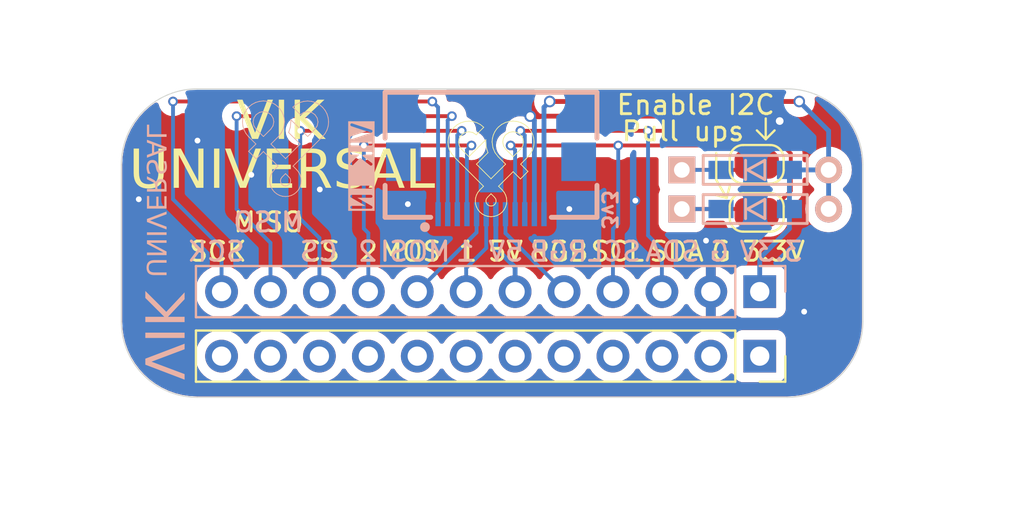
<source format=kicad_pcb>
(kicad_pcb (version 20221018) (generator pcbnew)
  (layers (0 "F.Cu" signal) (31 "B.Cu" signal) (34 "B.Paste" user) (35 "F.Paste" user) (36 "B.SilkS" user "B.Silkscreen") (37 "F.SilkS" user "F.Silkscreen") (38 "B.Mask" user) (39 "F.Mask" user) (44 "Edge.Cuts" user))
  (net 0 "")
  (net 1 "GND")
  (net 2 "VDD_5V")
  (net 3 "VDD_3.3V")
  (net 4 "CS")
  (net 5 "GPIO_AD2")
  (net 6 "RGB_LED_IN")
  (net 7 "SCLK")
  (net 8 "MOSI")
  (net 9 "MISO")
  (net 10 "SCL")
  (net 11 "SDA")
  (net 12 "GPIO_AD1")
  (net 25 "Net-(JP1001-B)")
  (net 26 "Net-(JP1002-B)")
  (footprint "Connector_PinSocket_2.54mm:PinSocket_1x12_P2.54mm_Vertical" (layer "F.Cu") (at 105.227194 100.101 -90)
    (fp_text reference "J1002" hide)
    (fp_text value "Conn_01x01_Socket")
    (fp_line (start -1.33 1.27) (end -1.33 29.27) (stroke (width 0.12)) (layer "F.SilkS"))
    (fp_line (start -1.33 1.27) (end 1.33 1.27) (stroke (width 0.12)) (layer "F.SilkS"))
    (fp_line (start -1.33 29.27) (end 1.33 29.27) (stroke (width 0.12)) (layer "F.SilkS"))
    (fp_line (start 0 -1.33) (end 1.33 -1.33) (stroke (width 0.12)) (layer "F.SilkS"))
    (fp_line (start 1.33 -1.33) (end 1.33 0) (stroke (width 0.12)) (layer "F.SilkS"))
    (fp_line (start 1.33 1.27) (end 1.33 29.27) (stroke (width 0.12)) (layer "F.SilkS"))
    (pad "1" thru_hole rect (at 0 0 270) (size 1.7 1.7) (drill 1) (layers "*.Cu" "*.Mask"))
    (pad "2" thru_hole oval (at 0 2.54 270) (size 1.7 1.7) (drill 1) (layers "*.Cu" "*.Mask"))
    (pad "3" thru_hole oval (at 0 5.08 270) (size 1.7 1.7) (drill 1) (layers "*.Cu" "*.Mask"))
    (pad "4" thru_hole oval (at 0 7.62 270) (size 1.7 1.7) (drill 1) (layers "*.Cu" "*.Mask"))
    (pad "5" thru_hole oval (at 0 10.16 270) (size 1.7 1.7) (drill 1) (layers "*.Cu" "*.Mask"))
    (pad "6" thru_hole oval (at 0 12.7 270) (size 1.7 1.7) (drill 1) (layers "*.Cu" "*.Mask"))
    (pad "7" thru_hole oval (at 0 15.24 270) (size 1.7 1.7) (drill 1) (layers "*.Cu" "*.Mask"))
    (pad "8" thru_hole oval (at 0 17.78 270) (size 1.7 1.7) (drill 1) (layers "*.Cu" "*.Mask"))
    (pad "9" thru_hole oval (at 0 20.32 270) (size 1.7 1.7) (drill 1) (layers "*.Cu" "*.Mask"))
    (pad "10" thru_hole oval (at 0 22.86 270) (size 1.7 1.7) (drill 1) (layers "*.Cu" "*.Mask"))
    (pad "11" thru_hole oval (at 0 25.4 270) (size 1.7 1.7) (drill 1) (layers "*.Cu" "*.Mask"))
    (pad "12" thru_hole oval (at 0 27.94 270) (size 1.7 1.7) (drill 1) (layers "*.Cu" "*.Mask"))
  )
  (footprint "local:fingerpunch-logo-small" (layer "F.Cu") (at 91.277194 90.17)
    (fp_text reference "REF**" hide)
    (fp_text value "fingerpunch-logo-small" hide)
    (fp_line (start -2.235199 -1.193481) (end -2.21435 -0.979777) (stroke (width 0.04)) (layer "F.SilkS"))
    (fp_line (start -2.21435 -1.407105) (end -2.235199 -1.193481) (stroke (width 0.04)) (layer "F.SilkS"))
    (fp_line (start -2.21435 -0.979777) (end -2.153072 -0.777133) (stroke (width 0.04)) (layer "F.SilkS"))
    (fp_line (start -2.153073 -1.609617) (end -2.21435 -1.407105) (stroke (width 0.04)) (layer "F.SilkS"))
    (fp_line (start -2.153072 -0.777133) (end -2.053272 -0.59047) (stroke (width 0.04)) (layer "F.SilkS"))
    (fp_line (start -2.053272 -1.796253) (end -2.153073 -1.609617) (stroke (width 0.04)) (layer "F.SilkS"))
    (fp_line (start -2.053272 -0.59047) (end -1.916853 -0.424709) (stroke (width 0.04)) (layer "F.SilkS"))
    (fp_line (start -1.916853 -1.962253) (end -2.053272 -1.796253) (stroke (width 0.04)) (layer "F.SilkS"))
    (fp_line (start -1.916853 -0.424709) (end -0.390027 1.102123) (stroke (width 0.04)) (layer "F.SilkS"))
    (fp_line (start -1.746444 -2.101345) (end -1.916853 -1.962253) (stroke (width 0.04)) (layer "F.SilkS"))
    (fp_line (start -1.683736 -1.193481) (end -1.643167 -1.398727) (stroke (width 0.04)) (layer "F.SilkS"))
    (fp_line (start -1.643167 -1.398727) (end -1.526821 -1.572223) (stroke (width 0.04)) (layer "F.SilkS"))
    (fp_line (start -1.643167 -0.988447) (end -1.683736 -1.193481) (stroke (width 0.04)) (layer "F.SilkS"))
    (fp_line (start -1.557302 -2.200696) (end -1.746444 -2.101345) (stroke (width 0.04)) (layer "F.SilkS"))
    (fp_line (start -1.526821 -1.572223) (end -1.349639 -1.689698) (stroke (width 0.04)) (layer "F.SilkS"))
    (fp_line (start -1.526821 -0.814739) (end -1.643167 -0.988447) (stroke (width 0.04)) (layer "F.SilkS"))
    (fp_line (start -1.355672 -2.260306) (end -1.557302 -2.200696) (stroke (width 0.04)) (layer "F.SilkS"))
    (fp_line (start -1.349639 -1.689698) (end -1.147797 -1.728856) (stroke (width 0.04)) (layer "F.SilkS"))
    (fp_line (start -1.148079 -0.435997) (end -1.526821 -0.814739) (stroke (width 0.04)) (layer "F.SilkS"))
    (fp_line (start -1.147798 -2.280176) (end -1.355672 -2.260306) (stroke (width 0.04)) (layer "F.SilkS"))
    (fp_line (start -1.147797 -1.728856) (end -0.945955 -1.689698) (stroke (width 0.04)) (layer "F.SilkS"))
    (fp_line (start -0.945955 -1.689698) (end -0.768773 -1.572223) (stroke (width 0.04)) (layer "F.SilkS"))
    (fp_line (start -0.939924 -2.260306) (end -1.147798 -2.280176) (stroke (width 0.04)) (layer "F.SilkS"))
    (fp_line (start -0.816182 1.867226) (end -0.801259 2.023394) (stroke (width 0.04)) (layer "F.SilkS"))
    (fp_line (start -0.801259 1.711059) (end -0.816182 1.867226) (stroke (width 0.04)) (layer "F.SilkS"))
    (fp_line (start -0.801259 2.023394) (end -0.756492 2.174866) (stroke (width 0.04)) (layer "F.SilkS"))
    (fp_line (start -0.768773 -1.572223) (end -0.378743 -1.962253) (stroke (width 0.04)) (layer "F.SilkS"))
    (fp_line (start -0.757487 -0.045957) (end -0.160869 -0.642575) (stroke (width 0.04)) (layer "F.SilkS"))
    (fp_line (start -0.756492 1.559587) (end -0.801259 1.711059) (stroke (width 0.04)) (layer "F.SilkS"))
    (fp_line (start -0.756492 2.174866) (end -0.68188 2.316945) (stroke (width 0.04)) (layer "F.SilkS"))
    (fp_line (start -0.738294 -2.200696) (end -0.939924 -2.260306) (stroke (width 0.04)) (layer "F.SilkS"))
    (fp_line (start -0.68188 1.417508) (end -0.756492 1.559587) (stroke (width 0.04)) (layer "F.SilkS"))
    (fp_line (start -0.68188 2.316945) (end -0.577422 2.444934) (stroke (width 0.04)) (layer "F.SilkS"))
    (fp_line (start -0.577422 1.289518) (end -0.68188 1.417508) (stroke (width 0.04)) (layer "F.SilkS"))
    (fp_line (start -0.577422 2.444934) (end -0.449408 2.549392) (stroke (width 0.04)) (layer "F.SilkS"))
    (fp_line (start -0.549152 -2.101345) (end -0.738294 -2.200696) (stroke (width 0.04)) (layer "F.SilkS"))
    (fp_line (start -0.449408 2.549392) (end -0.307265 2.624004) (stroke (width 0.04)) (layer "F.SilkS"))
    (fp_line (start -0.390027 1.102123) (end -0.577422 1.289518) (stroke (width 0.04)) (layer "F.SilkS"))
    (fp_line (start -0.378743 -1.962253) (end -0.549152 -2.101345) (stroke (width 0.04)) (layer "F.SilkS"))
    (fp_line (start -0.307265 2.624004) (end -0.155704 2.668772) (stroke (width 0.04)) (layer "F.SilkS"))
    (fp_line (start -0.273758 -1.202503) (end -0.268113 -1.315956) (stroke (width 0.04)) (layer "F.SilkS"))
    (fp_line (start -0.268113 -1.315956) (end -1.148079 -0.435997) (stroke (width 0.04)) (layer "F.SilkS"))
    (fp_line (start -0.264873 1.867783) (end -0.245505 1.767806) (stroke (width 0.04)) (layer "F.SilkS"))
    (fp_line (start -0.245505 1.767806) (end -0.187403 1.680105) (stroke (width 0.04)) (layer "F.SilkS"))
    (fp_line (start -0.245505 1.967761) (end -0.264873 1.867783) (stroke (width 0.04)) (layer "F.SilkS"))
    (fp_line (start -0.245465 -0.914707) (end -0.273758 -1.202503) (stroke (width 0.04)) (layer "F.SilkS"))
    (fp_line (start -0.187403 1.680105) (end -0.000008 1.49271) (stroke (width 0.04)) (layer "F.SilkS"))
    (fp_line (start -0.187403 2.055461) (end -0.245505 1.967761) (stroke (width 0.04)) (layer "F.SilkS"))
    (fp_line (start -0.160869 -0.642575) (end -0.245465 -0.914707) (stroke (width 0.04)) (layer "F.SilkS"))
    (fp_line (start -0.155704 2.668772) (end 0.000568 2.683694) (stroke (width 0.04)) (layer "F.SilkS"))
    (fp_line (start -0.100496 2.111976) (end -0.187403 2.055461) (stroke (width 0.04)) (layer "F.SilkS"))
    (fp_line (start -0.000008 1.49271) (end 0.187388 1.680105) (stroke (width 0.04)) (layer "F.SilkS"))
    (fp_line (start -0.000007 0.712083) (end -0.757487 -0.045957) (stroke (width 0.04)) (layer "F.SilkS"))
    (fp_line (start -0.000007 0.712083) (end -0.000007 0.712083) (stroke (width 0.04)) (layer "F.SilkS"))
    (fp_line (start 0.000275 2.130814) (end -0.100496 2.111976) (stroke (width 0.04)) (layer "F.SilkS"))
    (fp_line (start 0.000568 2.683694) (end 0.15676 2.668772) (stroke (width 0.04)) (layer "F.SilkS"))
    (fp_line (start 0.056445 -1.200806) (end 0.097649 -0.901086) (stroke (width 0.04)) (layer "F.SilkS"))
    (fp_line (start 0.072919 -1.387735) (end 0.056445 -1.200806) (stroke (width 0.04)) (layer "F.SilkS"))
    (fp_line (start 0.097649 -0.901086) (end 0.204682 -0.648286) (stroke (width 0.04)) (layer "F.SilkS"))
    (fp_line (start 0.101046 2.111976) (end 0.000275 2.130814) (stroke (width 0.04)) (layer "F.SilkS"))
    (fp_line (start 0.120509 -1.566355) (end 0.072919 -1.387735) (stroke (width 0.04)) (layer "F.SilkS"))
    (fp_line (start 0.15676 2.668772) (end 0.30819 2.624004) (stroke (width 0.04)) (layer "F.SilkS"))
    (fp_line (start 0.187388 1.680105) (end 0.245821 1.767726) (stroke (width 0.04)) (layer "F.SilkS"))
    (fp_line (start 0.187953 2.055461) (end 0.101046 2.111976) (stroke (width 0.04)) (layer "F.SilkS"))
    (fp_line (start 0.187953 2.055461) (end 0.187953 2.055461) (stroke (width 0.04)) (layer "F.SilkS"))
    (fp_line (start 0.197732 -1.733651) (end 0.120509 -1.566355) (stroke (width 0.04)) (layer "F.SilkS"))
    (fp_line (start 0.204682 -0.648286) (end 0.374791 -0.428082) (stroke (width 0.04)) (layer "F.SilkS"))
    (fp_line (start 0.245821 1.767726) (end 0.265357 1.867571) (stroke (width 0.04)) (layer "F.SilkS"))
    (fp_line (start 0.24605 1.967522) (end 0.187953 2.055461) (stroke (width 0.04)) (layer "F.SilkS"))
    (fp_line (start 0.265357 1.867571) (end 0.24605 1.967522) (stroke (width 0.04)) (layer "F.SilkS"))
    (fp_line (start 0.303107 -1.886606) (end 0.197732 -1.733651) (stroke (width 0.04)) (layer "F.SilkS"))
    (fp_line (start 0.30819 2.624004) (end 0.450306 2.549392) (stroke (width 0.04)) (layer "F.SilkS"))
    (fp_line (start 0.374791 -0.428082) (end 0.757485 -0.045388) (stroke (width 0.04)) (layer "F.SilkS"))
    (fp_line (start 0.379871 -1.971273) (end 0.303107 -1.886606) (stroke (width 0.04)) (layer "F.SilkS"))
    (fp_line (start 0.390033 1.102123) (end 1.148081 0.344075) (stroke (width 0.04)) (layer "F.SilkS"))
    (fp_line (start 0.450306 2.549392) (end 0.578558 2.444934) (stroke (width 0.04)) (layer "F.SilkS"))
    (fp_line (start 0.550178 -2.108433) (end 0.379871 -1.971273) (stroke (width 0.04)) (layer "F.SilkS"))
    (fp_line (start 0.578558 1.289518) (end 0.390033 1.102123) (stroke (width 0.04)) (layer "F.SilkS"))
    (fp_line (start 0.578558 2.444934) (end 0.683015 2.316945) (stroke (width 0.04)) (layer "F.SilkS"))
    (fp_line (start 0.609042 -1.199689) (end 0.641215 -1.378053) (stroke (width 0.04)) (layer "F.SilkS"))
    (fp_line (start 0.641215 -1.378053) (end 0.730962 -1.534405) (stroke (width 0.04)) (layer "F.SilkS"))
    (fp_line (start 0.649188 -0.993314) (end 0.609042 -1.199689) (stroke (width 0.04)) (layer "F.SilkS"))
    (fp_line (start 0.683015 1.417508) (end 0.578558 1.289518) (stroke (width 0.04)) (layer "F.SilkS"))
    (fp_line (start 0.683015 2.316945) (end 0.757627 2.174866) (stroke (width 0.04)) (layer "F.SilkS"))
    (fp_line (start 0.730962 -1.534405) (end 0.768215 -1.578996) (stroke (width 0.04)) (layer "F.SilkS"))
    (fp_line (start 0.739025 -2.206223) (end 0.550178 -2.108433) (stroke (width 0.04)) (layer "F.SilkS"))
    (fp_line (start 0.757485 -0.045388) (end -0.000007 0.712083) (stroke (width 0.04)) (layer "F.SilkS"))
    (fp_line (start 0.757627 1.559587) (end 0.683015 1.417508) (stroke (width 0.04)) (layer "F.SilkS"))
    (fp_line (start 0.757627 2.174866) (end 0.802395 2.023394) (stroke (width 0.04)) (layer "F.SilkS"))
    (fp_line (start 0.765957 -0.818689) (end 0.649188 -0.993314) (stroke (width 0.04)) (layer "F.SilkS"))
    (fp_line (start 0.768215 -1.578996) (end 0.769344 -1.580125) (stroke (width 0.04)) (layer "F.SilkS"))
    (fp_line (start 0.769344 -1.580125) (end 0.94411 -1.694213) (stroke (width 0.04)) (layer "F.SilkS"))
    (fp_line (start 0.802395 1.711059) (end 0.757627 1.559587) (stroke (width 0.04)) (layer "F.SilkS"))
    (fp_line (start 0.802395 2.023394) (end 0.817317 1.867226) (stroke (width 0.04)) (layer "F.SilkS"))
    (fp_line (start 0.817317 1.867226) (end 0.802395 1.711059) (stroke (width 0.04)) (layer "F.SilkS"))
    (fp_line (start 0.940189 -2.264643) (end 0.739025 -2.206223) (stroke (width 0.04)) (layer "F.SilkS"))
    (fp_line (start 0.94411 -1.694213) (end 1.143006 -1.732525) (stroke (width 0.04)) (layer "F.SilkS"))
    (fp_line (start 1.143006 -1.732525) (end 1.347052 -1.692661) (stroke (width 0.04)) (layer "F.SilkS"))
    (fp_line (start 1.147444 -2.283693) (end 0.940189 -2.264643) (stroke (width 0.04)) (layer "F.SilkS"))
    (fp_line (start 1.148081 0.344075) (end 1.526823 0.722817) (stroke (width 0.04)) (layer "F.SilkS"))
    (fp_line (start 1.148651 -0.435995) (end 0.765957 -0.818689) (stroke (width 0.04)) (layer "F.SilkS"))
    (fp_line (start 1.347052 -1.692661) (end 1.527392 -1.572787) (stroke (width 0.04)) (layer "F.SilkS"))
    (fp_line (start 1.354568 -2.263373) (end 1.147444 -2.283693) (stroke (width 0.04)) (layer "F.SilkS"))
    (fp_line (start 1.526823 0.722817) (end 1.916853 0.332787) (stroke (width 0.04)) (layer "F.SilkS"))
    (fp_line (start 1.527392 -1.572787) (end 1.643738 -1.399079) (stroke (width 0.04)) (layer "F.SilkS"))
    (fp_line (start 1.527393 -0.814737) (end 1.148651 -0.435995) (stroke (width 0.04)) (layer "F.SilkS"))
    (fp_line (start 1.527393 -0.814737) (end 1.527393 -0.814737) (stroke (width 0.04)) (layer "F.SilkS"))
    (fp_line (start 1.538111 -0.045955) (end 1.916853 -0.424697) (stroke (width 0.04)) (layer "F.SilkS"))
    (fp_line (start 1.555334 -2.203683) (end 1.354568 -2.263373) (stroke (width 0.04)) (layer "F.SilkS"))
    (fp_line (start 1.643733 -0.98894) (end 1.527393 -0.814737) (stroke (width 0.04)) (layer "F.SilkS"))
    (fp_line (start 1.643738 -1.399079) (end 1.684307 -1.194045) (stroke (width 0.04)) (layer "F.SilkS"))
    (fp_line (start 1.684307 -1.194045) (end 1.643733 -0.98894) (stroke (width 0.04)) (layer "F.SilkS"))
    (fp_line (start 1.74352 -2.104623) (end 1.555334 -2.203683) (stroke (width 0.04)) (layer "F.SilkS"))
    (fp_line (start 1.912901 -1.966193) (end 1.74352 -2.104623) (stroke (width 0.04)) (layer "F.SilkS"))
    (fp_line (start 1.916853 -0.424697) (end 2.053272 -0.590697) (stroke (width 0.04)) (layer "F.SilkS"))
    (fp_line (start 1.916853 0.332787) (end 1.538111 -0.045955) (stroke (width 0.04)) (layer "F.SilkS"))
    (fp_line (start 2.051605 -1.798148) (end 1.912901 -1.966193) (stroke (width 0.04)) (layer "F.SilkS"))
    (fp_line (start 2.053272 -0.590697) (end 2.153073 -0.777333) (stroke (width 0.04)) (layer "F.SilkS"))
    (fp_line (start 2.152578 -1.610311) (end 2.051605 -1.798148) (stroke (width 0.04)) (layer "F.SilkS"))
    (fp_line (start 2.153073 -0.777333) (end 2.21435 -0.979845) (stroke (width 0.04)) (layer "F.SilkS"))
    (fp_line (start 2.214288 -1.407234) (end 2.152578 -1.610311) (stroke (width 0.04)) (layer "F.SilkS"))
    (fp_line (start 2.21435 -0.979845) (end 2.235199 -1.193469) (stroke (width 0.04)) (layer "F.SilkS"))
    (fp_line (start 2.235199 -1.193469) (end 2.214288 -1.407234) (stroke (width 0.04)) (layer "F.SilkS"))
  )
  (footprint "Jumper:SolderJumper-2_P1.3mm_Open_RoundedPad1.0x1.5mm" (layer "F.Cu") (at 105.069194 92.63 180)
    (fp_text reference "JP1002" hide)
    (fp_text value "SolderJumper_2_Open")
    (fp_line (start -1.4 0.3) (end -1.4 -0.3) (stroke (width 0.12)) (layer "F.SilkS"))
    (fp_line (start -0.7 -1) (end 0.7 -1) (stroke (width 0.12)) (layer "F.SilkS"))
    (fp_line (start 0.7 1) (end -0.7 1) (stroke (width 0.12)) (layer "F.SilkS"))
    (fp_line (start 1.4 -0.3) (end 1.4 0.3) (stroke (width 0.12)) (layer "F.SilkS"))
    (fp_arc (start -1.4 -0.3) (mid -1.194975 -0.794975) (end -0.7 -1) (stroke (width 0.12)) (layer "F.SilkS"))
    (fp_arc (start -0.7 1) (mid -1.194975 0.794975) (end -1.4 0.3) (stroke (width 0.12)) (layer "F.SilkS"))
    (fp_arc (start 0.7 -1) (mid 1.194975 -0.794975) (end 1.4 -0.3) (stroke (width 0.12)) (layer "F.SilkS"))
    (fp_arc (start 1.4 0.3) (mid 1.194975 0.794975) (end 0.7 1) (stroke (width 0.12)) (layer "F.SilkS"))
    (pad "1" smd custom (at -0.65 0 180) (size 1 0.5) (layers "F.Cu" "F.Mask") (net 11 "SDA") (options (clearance outline) (anchor rect)) (primitives (gr_circle (center 0 0.25) (end 0.5 0.25) (width 0) (fill yes)) (gr_circle (center 0 -0.25) (end 0.5 -0.25) (width 0) (fill yes)) (gr_poly (pts (xy 0.5 0.75) (xy 0 0.75) (xy 0 -0.75) (xy 0.5 -0.75)) (width 0) (fill yes))))
    (pad "2" smd custom (at 0.65 0 180) (size 1 0.5) (layers "F.Cu" "F.Mask") (net 26 "Net-(JP1002-B)") (options (clearance outline) (anchor rect)) (primitives (gr_circle (center 0 0.25) (end 0.5 0.25) (width 0) (fill yes)) (gr_circle (center 0 -0.25) (end 0.5 -0.25) (width 0) (fill yes)) (gr_poly (pts (xy 0 0.75) (xy -0.5 0.75) (xy -0.5 -0.75) (xy 0 -0.75)) (width 0) (fill yes))))
  )
  (footprint "Jumper:SolderJumper-2_P1.3mm_Open_RoundedPad1.0x1.5mm" (layer "F.Cu") (at 105.069194 90.13 180)
    (fp_text reference "JP1001" hide)
    (fp_text value "SolderJumper_2_Open")
    (fp_line (start -1.4 0.3) (end -1.4 -0.3) (stroke (width 0.12)) (layer "F.SilkS"))
    (fp_line (start -0.7 -1) (end 0.7 -1) (stroke (width 0.12)) (layer "F.SilkS"))
    (fp_line (start 0.7 1) (end -0.7 1) (stroke (width 0.12)) (layer "F.SilkS"))
    (fp_line (start 1.4 -0.3) (end 1.4 0.3) (stroke (width 0.12)) (layer "F.SilkS"))
    (fp_arc (start -1.4 -0.3) (mid -1.194975 -0.794975) (end -0.7 -1) (stroke (width 0.12)) (layer "F.SilkS"))
    (fp_arc (start -0.7 1) (mid -1.194975 0.794975) (end -1.4 0.3) (stroke (width 0.12)) (layer "F.SilkS"))
    (fp_arc (start 0.7 -1) (mid 1.194975 -0.794975) (end 1.4 -0.3) (stroke (width 0.12)) (layer "F.SilkS"))
    (fp_arc (start 1.4 0.3) (mid 1.194975 0.794975) (end 0.7 1) (stroke (width 0.12)) (layer "F.SilkS"))
    (pad "1" smd custom (at -0.65 0 180) (size 1 0.5) (layers "F.Cu" "F.Mask") (net 10 "SCL") (options (clearance outline) (anchor rect)) (primitives (gr_circle (center 0 0.25) (end 0.5 0.25) (width 0) (fill yes)) (gr_circle (center 0 -0.25) (end 0.5 -0.25) (width 0) (fill yes)) (gr_poly (pts (xy 0.5 0.75) (xy 0 0.75) (xy 0 -0.75) (xy 0.5 -0.75)) (width 0) (fill yes))))
    (pad "2" smd custom (at 0.65 0 180) (size 1 0.5) (layers "F.Cu" "F.Mask") (net 25 "Net-(JP1001-B)") (options (clearance outline) (anchor rect)) (primitives (gr_circle (center 0 0.25) (end 0.5 0.25) (width 0) (fill yes)) (gr_circle (center 0 -0.25) (end 0.5 -0.25) (width 0) (fill yes)) (gr_poly (pts (xy 0 0.75) (xy -0.5 0.75) (xy -0.5 -0.75) (xy 0 -0.75)) (width 0) (fill yes))))
  )
  (footprint "Connector_PinSocket_2.54mm:PinSocket_1x12_P2.54mm_Vertical" (layer "B.Cu") (at 105.227194 96.749 90)
    (fp_text reference "J1001" hide)
    (fp_text value "Conn_01x01_Socket")
    (fp_line (start -1.33 -29.27) (end 1.33 -29.27) (stroke (width 0.12)) (layer "B.SilkS"))
    (fp_line (start -1.33 -1.27) (end -1.33 -29.27) (stroke (width 0.12)) (layer "B.SilkS"))
    (fp_line (start -1.33 -1.27) (end 1.33 -1.27) (stroke (width 0.12)) (layer "B.SilkS"))
    (fp_line (start 0 1.33) (end 1.33 1.33) (stroke (width 0.12)) (layer "B.SilkS"))
    (fp_line (start 1.33 -1.27) (end 1.33 -29.27) (stroke (width 0.12)) (layer "B.SilkS"))
    (fp_line (start 1.33 1.33) (end 1.33 0) (stroke (width 0.12)) (layer "B.SilkS"))
    (pad "1" thru_hole rect (at 0 0 90) (size 1.7 1.7) (drill 1) (layers "*.Cu" "*.Mask") (net 3 "VDD_3.3V"))
    (pad "2" thru_hole oval (at 0 -2.54 90) (size 1.7 1.7) (drill 1) (layers "*.Cu" "*.Mask") (net 1 "GND"))
    (pad "3" thru_hole oval (at 0 -5.08 90) (size 1.7 1.7) (drill 1) (layers "*.Cu" "*.Mask") (net 11 "SDA"))
    (pad "4" thru_hole oval (at 0 -7.62 90) (size 1.7 1.7) (drill 1) (layers "*.Cu" "*.Mask") (net 10 "SCL"))
    (pad "5" thru_hole oval (at 0 -10.16 90) (size 1.7 1.7) (drill 1) (layers "*.Cu" "*.Mask") (net 6 "RGB_LED_IN"))
    (pad "6" thru_hole oval (at 0 -12.7 90) (size 1.7 1.7) (drill 1) (layers "*.Cu" "*.Mask") (net 2 "VDD_5V"))
    (pad "7" thru_hole oval (at 0 -15.24 90) (size 1.7 1.7) (drill 1) (layers "*.Cu" "*.Mask") (net 12 "GPIO_AD1"))
    (pad "8" thru_hole oval (at 0 -17.78 90) (size 1.7 1.7) (drill 1) (layers "*.Cu" "*.Mask") (net 8 "MOSI"))
    (pad "9" thru_hole oval (at 0 -20.32 90) (size 1.7 1.7) (drill 1) (layers "*.Cu" "*.Mask") (net 5 "GPIO_AD2"))
    (pad "10" thru_hole oval (at 0 -22.86 90) (size 1.7 1.7) (drill 1) (layers "*.Cu" "*.Mask") (net 4 "CS"))
    (pad "11" thru_hole oval (at 0 -25.4 90) (size 1.7 1.7) (drill 1) (layers "*.Cu" "*.Mask") (net 9 "MISO"))
    (pad "12" thru_hole oval (at 0 -27.94 90) (size 1.7 1.7) (drill 1) (layers "*.Cu" "*.Mask") (net 7 "SCLK"))
  )
  (footprint "fingerpunch:D3_TH_SMD" (layer "B.Cu") (at 104.993194 92.456)
    (fp_text reference "R1002" hide)
    (fp_text value "4.7k" hide)
    (fp_line (start -2.7 -0.75) (end 2.7 -0.75) (stroke (width 0.15)) (layer "B.SilkS"))
    (fp_line (start -2.7 0.75) (end -2.7 -0.75) (stroke (width 0.15)) (layer "B.SilkS"))
    (fp_line (start -0.5 0.5) (end -0.5 -0.5) (stroke (width 0.15)) (layer "B.SilkS"))
    (fp_line (start -0.4 0) (end 0.5 0.5) (stroke (width 0.15)) (layer "B.SilkS"))
    (fp_line (start 0.5 -0.5) (end -0.4 0) (stroke (width 0.15)) (layer "B.SilkS"))
    (fp_line (start 0.5 0.5) (end 0.5 -0.5) (stroke (width 0.15)) (layer "B.SilkS"))
    (fp_line (start 2.7 -0.75) (end 2.7 0.75) (stroke (width 0.15)) (layer "B.SilkS"))
    (fp_line (start 2.7 0.75) (end -2.7 0.75) (stroke (width 0.15)) (layer "B.SilkS"))
    (pad "1" thru_hole rect (at -3.81 0) (size 1.397 1.397) (drill 0.8128) (layers "*.Cu" "*.Mask" "B.SilkS") (net 26 "Net-(JP1002-B)"))
    (pad "1" smd rect (at -1.775 0) (size 1.3 0.95) (layers "B.Cu" "B.Paste" "B.Mask") (net 26 "Net-(JP1002-B)"))
    (pad "2" smd rect (at 1.775 0) (size 1.3 0.95) (layers "B.Cu" "B.Paste" "B.Mask") (net 3 "VDD_3.3V"))
    (pad "2" thru_hole circle (at 3.81 0) (size 1.397 1.397) (drill 0.8128) (layers "*.Cu" "*.Mask" "B.SilkS") (net 3 "VDD_3.3V"))
  )
  (footprint "fingerpunch:D3_TH_SMD" (layer "B.Cu") (at 104.993194 90.424)
    (fp_text reference "R1001" hide)
    (fp_text value "4.7k" hide)
    (fp_line (start -2.7 -0.75) (end 2.7 -0.75) (stroke (width 0.15)) (layer "B.SilkS"))
    (fp_line (start -2.7 0.75) (end -2.7 -0.75) (stroke (width 0.15)) (layer "B.SilkS"))
    (fp_line (start -0.5 0.5) (end -0.5 -0.5) (stroke (width 0.15)) (layer "B.SilkS"))
    (fp_line (start -0.4 0) (end 0.5 0.5) (stroke (width 0.15)) (layer "B.SilkS"))
    (fp_line (start 0.5 -0.5) (end -0.4 0) (stroke (width 0.15)) (layer "B.SilkS"))
    (fp_line (start 0.5 0.5) (end 0.5 -0.5) (stroke (width 0.15)) (layer "B.SilkS"))
    (fp_line (start 2.7 -0.75) (end 2.7 0.75) (stroke (width 0.15)) (layer "B.SilkS"))
    (fp_line (start 2.7 0.75) (end -2.7 0.75) (stroke (width 0.15)) (layer "B.SilkS"))
    (pad "1" thru_hole rect (at -3.81 0) (size 1.397 1.397) (drill 0.8128) (layers "*.Cu" "*.Mask" "B.SilkS") (net 25 "Net-(JP1001-B)"))
    (pad "1" smd rect (at -1.775 0) (size 1.3 0.95) (layers "B.Cu" "B.Paste" "B.Mask") (net 25 "Net-(JP1001-B)"))
    (pad "2" smd rect (at 1.775 0) (size 1.3 0.95) (layers "B.Cu" "B.Paste" "B.Mask") (net 3 "VDD_3.3V"))
    (pad "2" thru_hole circle (at 3.81 0) (size 1.397 1.397) (drill 0.8128) (layers "*.Cu" "*.Mask" "B.SilkS") (net 3 "VDD_3.3V"))
  )
  (footprint "vik:vik-module-connector-horizontal" (layer "B.Cu") (at 91.277194 90.686)
    (fp_text reference "J1003" hide)
    (fp_text value "~" hide)
    (fp_text user "VIK IN" (at -6.1 -2.8 90 unlocked) (layer "B.SilkS" knockout) (effects (justify left bottom mirror)))
    (fp_text user "3v3" (at 5.7 2.9 270 unlocked) (layer "B.SilkS") (effects (font (size 0.75 0.75)) (justify left bottom mirror)))
    (fp_line (start -5.5 -4.295) (end -5.5 -1.912) (stroke (width 0.254)) (layer "B.SilkS"))
    (fp_line (start -5.5 0.539) (end -5.5 2.2) (stroke (width 0.254)) (layer "B.SilkS"))
    (fp_line (start -5.5 2.2) (end -3.131 2.2) (stroke (width 0.254)) (layer "B.SilkS"))
    (fp_line (start 5.5 -4.295) (end -5.5 -4.295) (stroke (width 0.254)) (layer "B.SilkS"))
    (fp_line (start 5.5 -4.295) (end 5.5 -1.912) (stroke (width 0.254)) (layer "B.SilkS"))
    (fp_line (start 5.5 0.539) (end 5.5 2.2) (stroke (width 0.254)) (layer "B.SilkS"))
    (fp_line (start 5.5 2.2) (end 3.131 2.2) (stroke (width 0.254)) (layer "B.SilkS"))
    (fp_circle (center -3.429 2.708) (end -3.302 2.708) (stroke (width 0.254)) (fill none) (layer "B.SilkS"))
    (pad "1" smd rect (at -2.75 2.038) (size 0.28 1.25) (layers "B.Cu" "B.Paste" "B.Mask") (net 7 "SCLK"))
    (pad "2" smd rect (at -2.25 2.038) (size 0.28 1.25) (layers "B.Cu" "B.Paste" "B.Mask") (net 9 "MISO"))
    (pad "3" smd rect (at -1.75 2.038) (size 0.28 1.25) (layers "B.Cu" "B.Paste" "B.Mask") (net 4 "CS"))
    (pad "4" smd rect (at -1.25 2.038) (size 0.28 1.25) (layers "B.Cu" "B.Paste" "B.Mask") (net 5 "GPIO_AD2"))
    (pad "5" smd rect (at -0.75 2.038) (size 0.28 1.25) (layers "B.Cu" "B.Paste" "B.Mask") (net 8 "MOSI"))
    (pad "6" smd rect (at -0.25 2.038) (size 0.28 1.25) (layers "B.Cu" "B.Paste" "B.Mask") (net 12 "GPIO_AD1"))
    (pad "7" smd rect (at 0.25 2.038) (size 0.28 1.25) (layers "B.Cu" "B.Paste" "B.Mask") (net 2 "VDD_5V"))
    (pad "8" smd rect (at 0.75 2.038) (size 0.28 1.25) (layers "B.Cu" "B.Paste" "B.Mask") (net 6 "RGB_LED_IN"))
    (pad "9" smd rect (at 1.25 2.038) (size 0.28 1.25) (layers "B.Cu" "B.Paste" "B.Mask") (net 10 "SCL"))
    (pad "10" smd rect (at 1.75 2.038) (size 0.28 1.25) (layers "B.Cu" "B.Paste" "B.Mask") (net 11 "SDA"))
    (pad "11" smd rect (at 2.25 2.038) (size 0.28 1.25) (layers "B.Cu" "B.Paste" "B.Mask") (net 1 "GND"))
    (pad "12" smd rect (at 2.75 2.038) (size 0.28 1.25) (layers "B.Cu" "B.Paste" "B.Mask") (net 3 "VDD_3.3V"))
    (pad "13" smd rect (at 4.55 -0.686) (size 1.8 2) (layers "B.Cu" "B.Paste" "B.Mask"))
    (pad "14" smd rect (at -4.55 -0.686) (size 1.8 2) (layers "B.Cu" "B.Paste" "B.Mask"))
  )
  (footprint "local:fingerpunch-logo-small" (layer "B.Cu") (at 80.609194 89.124 180)
    (fp_text reference "REF**" hide)
    (fp_text value "fingerpunch-logo-small" hide)
    (fp_line (start -2.235199 1.193481) (end -2.21435 0.979777) (stroke (width 0.04)) (layer "B.SilkS"))
    (fp_line (start -2.21435 0.979777) (end -2.153072 0.777133) (stroke (width 0.04)) (layer "B.SilkS"))
    (fp_line (start -2.21435 1.407105) (end -2.235199 1.193481) (stroke (width 0.04)) (layer "B.SilkS"))
    (fp_line (start -2.153073 1.609617) (end -2.21435 1.407105) (stroke (width 0.04)) (layer "B.SilkS"))
    (fp_line (start -2.153072 0.777133) (end -2.053272 0.59047) (stroke (width 0.04)) (layer "B.SilkS"))
    (fp_line (start -2.053272 0.59047) (end -1.916853 0.424709) (stroke (width 0.04)) (layer "B.SilkS"))
    (fp_line (start -2.053272 1.796253) (end -2.153073 1.609617) (stroke (width 0.04)) (layer "B.SilkS"))
    (fp_line (start -1.916853 0.424709) (end -0.390027 -1.102123) (stroke (width 0.04)) (layer "B.SilkS"))
    (fp_line (start -1.916853 1.962253) (end -2.053272 1.796253) (stroke (width 0.04)) (layer "B.SilkS"))
    (fp_line (start -1.746444 2.101345) (end -1.916853 1.962253) (stroke (width 0.04)) (layer "B.SilkS"))
    (fp_line (start -1.683736 1.193481) (end -1.643167 1.398727) (stroke (width 0.04)) (layer "B.SilkS"))
    (fp_line (start -1.643167 0.988447) (end -1.683736 1.193481) (stroke (width 0.04)) (layer "B.SilkS"))
    (fp_line (start -1.643167 1.398727) (end -1.526821 1.572223) (stroke (width 0.04)) (layer "B.SilkS"))
    (fp_line (start -1.557302 2.200696) (end -1.746444 2.101345) (stroke (width 0.04)) (layer "B.SilkS"))
    (fp_line (start -1.526821 0.814739) (end -1.643167 0.988447) (stroke (width 0.04)) (layer "B.SilkS"))
    (fp_line (start -1.526821 1.572223) (end -1.349639 1.689698) (stroke (width 0.04)) (layer "B.SilkS"))
    (fp_line (start -1.355672 2.260306) (end -1.557302 2.200696) (stroke (width 0.04)) (layer "B.SilkS"))
    (fp_line (start -1.349639 1.689698) (end -1.147797 1.728856) (stroke (width 0.04)) (layer "B.SilkS"))
    (fp_line (start -1.148079 0.435997) (end -1.526821 0.814739) (stroke (width 0.04)) (layer "B.SilkS"))
    (fp_line (start -1.147798 2.280176) (end -1.355672 2.260306) (stroke (width 0.04)) (layer "B.SilkS"))
    (fp_line (start -1.147797 1.728856) (end -0.945955 1.689698) (stroke (width 0.04)) (layer "B.SilkS"))
    (fp_line (start -0.945955 1.689698) (end -0.768773 1.572223) (stroke (width 0.04)) (layer "B.SilkS"))
    (fp_line (start -0.939924 2.260306) (end -1.147798 2.280176) (stroke (width 0.04)) (layer "B.SilkS"))
    (fp_line (start -0.816182 -1.867226) (end -0.801259 -2.023394) (stroke (width 0.04)) (layer "B.SilkS"))
    (fp_line (start -0.801259 -2.023394) (end -0.756492 -2.174866) (stroke (width 0.04)) (layer "B.SilkS"))
    (fp_line (start -0.801259 -1.711059) (end -0.816182 -1.867226) (stroke (width 0.04)) (layer "B.SilkS"))
    (fp_line (start -0.768773 1.572223) (end -0.378743 1.962253) (stroke (width 0.04)) (layer "B.SilkS"))
    (fp_line (start -0.757487 0.045957) (end -0.160869 0.642575) (stroke (width 0.04)) (layer "B.SilkS"))
    (fp_line (start -0.756492 -2.174866) (end -0.68188 -2.316945) (stroke (width 0.04)) (layer "B.SilkS"))
    (fp_line (start -0.756492 -1.559587) (end -0.801259 -1.711059) (stroke (width 0.04)) (layer "B.SilkS"))
    (fp_line (start -0.738294 2.200696) (end -0.939924 2.260306) (stroke (width 0.04)) (layer "B.SilkS"))
    (fp_line (start -0.68188 -2.316945) (end -0.577422 -2.444934) (stroke (width 0.04)) (layer "B.SilkS"))
    (fp_line (start -0.68188 -1.417508) (end -0.756492 -1.559587) (stroke (width 0.04)) (layer "B.SilkS"))
    (fp_line (start -0.577422 -2.444934) (end -0.449408 -2.549392) (stroke (width 0.04)) (layer "B.SilkS"))
    (fp_line (start -0.577422 -1.289518) (end -0.68188 -1.417508) (stroke (width 0.04)) (layer "B.SilkS"))
    (fp_line (start -0.549152 2.101345) (end -0.738294 2.200696) (stroke (width 0.04)) (layer "B.SilkS"))
    (fp_line (start -0.449408 -2.549392) (end -0.307265 -2.624004) (stroke (width 0.04)) (layer "B.SilkS"))
    (fp_line (start -0.390027 -1.102123) (end -0.577422 -1.289518) (stroke (width 0.04)) (layer "B.SilkS"))
    (fp_line (start -0.378743 1.962253) (end -0.549152 2.101345) (stroke (width 0.04)) (layer "B.SilkS"))
    (fp_line (start -0.307265 -2.624004) (end -0.155704 -2.668772) (stroke (width 0.04)) (layer "B.SilkS"))
    (fp_line (start -0.273758 1.202503) (end -0.268113 1.315956) (stroke (width 0.04)) (layer "B.SilkS"))
    (fp_line (start -0.268113 1.315956) (end -1.148079 0.435997) (stroke (width 0.04)) (layer "B.SilkS"))
    (fp_line (start -0.264873 -1.867783) (end -0.245505 -1.767806) (stroke (width 0.04)) (layer "B.SilkS"))
    (fp_line (start -0.245505 -1.967761) (end -0.264873 -1.867783) (stroke (width 0.04)) (layer "B.SilkS"))
    (fp_line (start -0.245505 -1.767806) (end -0.187403 -1.680105) (stroke (width 0.04)) (layer "B.SilkS"))
    (fp_line (start -0.245465 0.914707) (end -0.273758 1.202503) (stroke (width 0.04)) (layer "B.SilkS"))
    (fp_line (start -0.187403 -2.055461) (end -0.245505 -1.967761) (stroke (width 0.04)) (layer "B.SilkS"))
    (fp_line (start -0.187403 -1.680105) (end -0.000008 -1.49271) (stroke (width 0.04)) (layer "B.SilkS"))
    (fp_line (start -0.160869 0.642575) (end -0.245465 0.914707) (stroke (width 0.04)) (layer "B.SilkS"))
    (fp_line (start -0.155704 -2.668772) (end 0.000568 -2.683694) (stroke (width 0.04)) (layer "B.SilkS"))
    (fp_line (start -0.100496 -2.111976) (end -0.187403 -2.055461) (stroke (width 0.04)) (layer "B.SilkS"))
    (fp_line (start -0.000008 -1.49271) (end 0.187388 -1.680105) (stroke (width 0.04)) (layer "B.SilkS"))
    (fp_line (start -0.000007 -0.712083) (end -0.757487 0.045957) (stroke (width 0.04)) (layer "B.SilkS"))
    (fp_line (start -0.000007 -0.712083) (end -0.000007 -0.712083) (stroke (width 0.04)) (layer "B.SilkS"))
    (fp_line (start 0.000275 -2.130814) (end -0.100496 -2.111976) (stroke (width 0.04)) (layer "B.SilkS"))
    (fp_line (start 0.000568 -2.683694) (end 0.15676 -2.668772) (stroke (width 0.04)) (layer "B.SilkS"))
    (fp_line (start 0.056445 1.200806) (end 0.097649 0.901086) (stroke (width 0.04)) (layer "B.SilkS"))
    (fp_line (start 0.072919 1.387735) (end 0.056445 1.200806) (stroke (width 0.04)) (layer "B.SilkS"))
    (fp_line (start 0.097649 0.901086) (end 0.204682 0.648286) (stroke (width 0.04)) (layer "B.SilkS"))
    (fp_line (start 0.101046 -2.111976) (end 0.000275 -2.130814) (stroke (width 0.04)) (layer "B.SilkS"))
    (fp_line (start 0.120509 1.566355) (end 0.072919 1.387735) (stroke (width 0.04)) (layer "B.SilkS"))
    (fp_line (start 0.15676 -2.668772) (end 0.30819 -2.624004) (stroke (width 0.04)) (layer "B.SilkS"))
    (fp_line (start 0.187388 -1.680105) (end 0.245821 -1.767726) (stroke (width 0.04)) (layer "B.SilkS"))
    (fp_line (start 0.187953 -2.055461) (end 0.101046 -2.111976) (stroke (width 0.04)) (layer "B.SilkS"))
    (fp_line (start 0.187953 -2.055461) (end 0.187953 -2.055461) (stroke (width 0.04)) (layer "B.SilkS"))
    (fp_line (start 0.197732 1.733651) (end 0.120509 1.566355) (stroke (width 0.04)) (layer "B.SilkS"))
    (fp_line (start 0.204682 0.648286) (end 0.374791 0.428082) (stroke (width 0.04)) (layer "B.SilkS"))
    (fp_line (start 0.245821 -1.767726) (end 0.265357 -1.867571) (stroke (width 0.04)) (layer "B.SilkS"))
    (fp_line (start 0.24605 -1.967522) (end 0.187953 -2.055461) (stroke (width 0.04)) (layer "B.SilkS"))
    (fp_line (start 0.265357 -1.867571) (end 0.24605 -1.967522) (stroke (width 0.04)) (layer "B.SilkS"))
    (fp_line (start 0.303107 1.886606) (end 0.197732 1.733651) (stroke (width 0.04)) (layer "B.SilkS"))
    (fp_line (start 0.30819 -2.624004) (end 0.450306 -2.549392) (stroke (width 0.04)) (layer "B.SilkS"))
    (fp_line (start 0.374791 0.428082) (end 0.757485 0.045388) (stroke (width 0.04)) (layer "B.SilkS"))
    (fp_line (start 0.379871 1.971273) (end 0.303107 1.886606) (stroke (width 0.04)) (layer "B.SilkS"))
    (fp_line (start 0.390033 -1.102123) (end 1.148081 -0.344075) (stroke (width 0.04)) (layer "B.SilkS"))
    (fp_line (start 0.450306 -2.549392) (end 0.578558 -2.444934) (stroke (width 0.04)) (layer "B.SilkS"))
    (fp_line (start 0.550178 2.108433) (end 0.379871 1.971273) (stroke (width 0.04)) (layer "B.SilkS"))
    (fp_line (start 0.578558 -2.444934) (end 0.683015 -2.316945) (stroke (width 0.04)) (layer "B.SilkS"))
    (fp_line (start 0.578558 -1.289518) (end 0.390033 -1.102123) (stroke (width 0.04)) (layer "B.SilkS"))
    (fp_line (start 0.609042 1.199689) (end 0.641215 1.378053) (stroke (width 0.04)) (layer "B.SilkS"))
    (fp_line (start 0.641215 1.378053) (end 0.730962 1.534405) (stroke (width 0.04)) (layer "B.SilkS"))
    (fp_line (start 0.649188 0.993314) (end 0.609042 1.199689) (stroke (width 0.04)) (layer "B.SilkS"))
    (fp_line (start 0.683015 -2.316945) (end 0.757627 -2.174866) (stroke (width 0.04)) (layer "B.SilkS"))
    (fp_line (start 0.683015 -1.417508) (end 0.578558 -1.289518) (stroke (width 0.04)) (layer "B.SilkS"))
    (fp_line (start 0.730962 1.534405) (end 0.768215 1.578996) (stroke (width 0.04)) (layer "B.SilkS"))
    (fp_line (start 0.739025 2.206223) (end 0.550178 2.108433) (stroke (width 0.04)) (layer "B.SilkS"))
    (fp_line (start 0.757485 0.045388) (end -0.000007 -0.712083) (stroke (width 0.04)) (layer "B.SilkS"))
    (fp_line (start 0.757627 -2.174866) (end 0.802395 -2.023394) (stroke (width 0.04)) (layer "B.SilkS"))
    (fp_line (start 0.757627 -1.559587) (end 0.683015 -1.417508) (stroke (width 0.04)) (layer "B.SilkS"))
    (fp_line (start 0.765957 0.818689) (end 0.649188 0.993314) (stroke (width 0.04)) (layer "B.SilkS"))
    (fp_line (start 0.768215 1.578996) (end 0.769344 1.580125) (stroke (width 0.04)) (layer "B.SilkS"))
    (fp_line (start 0.769344 1.580125) (end 0.94411 1.694213) (stroke (width 0.04)) (layer "B.SilkS"))
    (fp_line (start 0.802395 -2.023394) (end 0.817317 -1.867226) (stroke (width 0.04)) (layer "B.SilkS"))
    (fp_line (start 0.802395 -1.711059) (end 0.757627 -1.559587) (stroke (width 0.04)) (layer "B.SilkS"))
    (fp_line (start 0.817317 -1.867226) (end 0.802395 -1.711059) (stroke (width 0.04)) (layer "B.SilkS"))
    (fp_line (start 0.940189 2.264643) (end 0.739025 2.206223) (stroke (width 0.04)) (layer "B.SilkS"))
    (fp_line (start 0.94411 1.694213) (end 1.143006 1.732525) (stroke (width 0.04)) (layer "B.SilkS"))
    (fp_line (start 1.143006 1.732525) (end 1.347052 1.692661) (stroke (width 0.04)) (layer "B.SilkS"))
    (fp_line (start 1.147444 2.283693) (end 0.940189 2.264643) (stroke (width 0.04)) (layer "B.SilkS"))
    (fp_line (start 1.148081 -0.344075) (end 1.526823 -0.722817) (stroke (width 0.04)) (layer "B.SilkS"))
    (fp_line (start 1.148651 0.435995) (end 0.765957 0.818689) (stroke (width 0.04)) (layer "B.SilkS"))
    (fp_line (start 1.347052 1.692661) (end 1.527392 1.572787) (stroke (width 0.04)) (layer "B.SilkS"))
    (fp_line (start 1.354568 2.263373) (end 1.147444 2.283693) (stroke (width 0.04)) (layer "B.SilkS"))
    (fp_line (start 1.526823 -0.722817) (end 1.916853 -0.332787) (stroke (width 0.04)) (layer "B.SilkS"))
    (fp_line (start 1.527392 1.572787) (end 1.643738 1.399079) (stroke (width 0.04)) (layer "B.SilkS"))
    (fp_line (start 1.527393 0.814737) (end 1.148651 0.435995) (stroke (width 0.04)) (layer "B.SilkS"))
    (fp_line (start 1.527393 0.814737) (end 1.527393 0.814737) (stroke (width 0.04)) (layer "B.SilkS"))
    (fp_line (start 1.538111 0.045955) (end 1.916853 0.424697) (stroke (width 0.04)) (layer "B.SilkS"))
    (fp_line (start 1.555334 2.203683) (end 1.354568 2.263373) (stroke (width 0.04)) (layer "B.SilkS"))
    (fp_line (start 1.643733 0.98894) (end 1.527393 0.814737) (stroke (width 0.04)) (layer "B.SilkS"))
    (fp_line (start 1.643738 1.399079) (end 1.684307 1.194045) (stroke (width 0.04)) (layer "B.SilkS"))
    (fp_line (start 1.684307 1.194045) (end 1.643733 0.98894) (stroke (width 0.04)) (layer "B.SilkS"))
    (fp_line (start 1.74352 2.104623) (end 1.555334 2.203683) (stroke (width 0.04)) (layer "B.SilkS"))
    (fp_line (start 1.912901 1.966193) (end 1.74352 2.104623) (stroke (width 0.04)) (layer "B.SilkS"))
    (fp_line (start 1.916853 -0.332787) (end 1.538111 0.045955) (stroke (width 0.04)) (layer "B.SilkS"))
    (fp_line (start 1.916853 0.424697) (end 2.053272 0.590697) (stroke (width 0.04)) (layer "B.SilkS"))
    (fp_line (start 2.051605 1.798148) (end 1.912901 1.966193) (stroke (width 0.04)) (layer "B.SilkS"))
    (fp_line (start 2.053272 0.590697) (end 2.153073 0.777333) (stroke (width 0.04)) (layer "B.SilkS"))
    (fp_line (start 2.152578 1.610311) (end 2.051605 1.798148) (stroke (width 0.04)) (layer "B.SilkS"))
    (fp_line (start 2.153073 0.777333) (end 2.21435 0.979845) (stroke (width 0.04)) (layer "B.SilkS"))
    (fp_line (start 2.214288 1.407234) (end 2.152578 1.610311) (stroke (width 0.04)) (layer "B.SilkS"))
    (fp_line (start 2.21435 0.979845) (end 2.235199 1.193469) (stroke (width 0.04)) (layer "B.SilkS"))
    (fp_line (start 2.235199 1.193469) (end 2.214288 1.407234) (stroke (width 0.04)) (layer "B.SilkS"))
  )
  (gr_line (start 105.539194 88.83) (end 105.999194 88.37) (stroke (width 0.12)) (layer "F.SilkS"))
  (gr_line (start 102.969194 90.942346) (end 103.509194 91.877653) (stroke (width 0.12)) (layer "F.SilkS"))
  (gr_line (start 103.509194 91.877653) (end 102.880822 91.709282) (stroke (width 0.12)) (layer "F.SilkS"))
  (gr_line (start 103.509194 91.877653) (end 103.677565 91.249281) (stroke (width 0.12)) (layer "F.SilkS"))
  (gr_line (start 102.969194 90.942346) (end 102.969194 89.55) (stroke (width 0.12)) (layer "F.SilkS"))
  (gr_line (start 105.539194 87.75) (end 105.539194 88.83) (stroke (width 0.12)) (layer "F.SilkS"))
  (gr_line (start 105.539194 88.83) (end 105.079194 88.37) (stroke (width 0.12)) (layer "F.SilkS"))
  (gr_arc (start 110.584194 98.302271) (mid 109.430195 101.088271) (end 106.644194 102.24227) (stroke (width 0.05)) (layer "Edge.Cuts"))
  (gr_arc (start 106.644194 86.212271) (mid 109.430209 87.366266) (end 110.584194 90.152271) (stroke (width 0.05)) (layer "Edge.Cuts"))
  (gr_line (start 72.084194 90.152271) (end 72.084195 98.302271) (stroke (width 0.05)) (layer "Edge.Cuts"))
  (gr_line (start 110.584194 98.302271) (end 110.584194 90.152271) (stroke (width 0.05)) (layer "Edge.Cuts"))
  (gr_line (start 106.644194 86.212271) (end 76.024194 86.212271) (stroke (width 0.05)) (layer "Edge.Cuts"))
  (gr_arc (start 76.024194 102.242271) (mid 73.238194 101.088272) (end 72.084195 98.302271) (stroke (width 0.05)) (layer "Edge.Cuts"))
  (gr_line (start 76.024194 102.242271) (end 106.644194 102.24227) (stroke (width 0.05)) (layer "Edge.Cuts"))
  (gr_arc (start 72.084194 90.152271) (mid 73.238193 87.366271) (end 76.024194 86.212271) (stroke (width 0.05)) (layer "Edge.Cuts"))
  (gr_text "2" (at 85.435194 95.25) (layer "B.SilkS") (effects (font (size 1 1)) (justify left bottom mirror)))
  (gr_text "CS" (at 83.403194 95.25) (layer "B.SilkS") (effects (font (size 1 1)) (justify left bottom mirror)))
  (gr_text "MOSI" (at 89.245194 95.25) (layer "B.SilkS") (effects (font (size 1 1)) (justify left bottom mirror)))
  (gr_text "SCL" (at 99.151194 95.25) (layer "B.SilkS") (effects (font (size 1 1)) (justify left bottom mirror)))
  (gr_text "RGB" (at 96.357194 95.25) (layer "B.SilkS") (effects (font (size 1 1)) (justify left bottom mirror)))
  (gr_text "UNIVERSAL" (at 73.243194 96.012 -90) (layer "B.SilkS") (effects (font (size 1 1) (thickness 0.25)) (justify left bottom mirror)))
  (gr_text "3.3V" (at 107.533194 95.25) (layer "B.SilkS") (effects (font (size 1 1)) (justify left bottom mirror)))
  (gr_text "SCK" (at 78.577194 95.25) (layer "B.SilkS") (effects (font (size 1 1)) (justify left bottom mirror)))
  (gr_text "MISO" (at 81.625194 93.726) (layer "B.SilkS") (effects (font (size 1 1)) (justify left bottom mirror)))
  (gr_text "SDA" (at 102.199194 95.25) (layer "B.SilkS") (effects (font (size 1 1)) (justify left bottom mirror)))
  (gr_text "G" (at 103.723194 95.25) (layer "B.SilkS") (effects (font (size 1 1)) (justify left bottom mirror)))
  (gr_text "VIK" (at 72.989194 101.346 -90) (layer "B.SilkS") (effects (font (size 2 2) (thickness 0.25)) (justify left bottom mirror)))
  (gr_text "1" (at 90.515194 95.25) (layer "B.SilkS") (effects (font (size 1 1)) (justify left bottom mirror)))
  (gr_text "5V" (at 93.055194 95.25) (layer "B.SilkS") (effects (font (size 1 1)) (justify left bottom mirror)))
  (gr_text "3.3V" (at 104.231194 95.25) (layer "F.SilkS") (effects (font (size 1 1)) (justify left bottom)))
  (gr_text "SCK" (at 75.529194 95.25) (layer "F.SilkS") (effects (font (size 1 1)) (justify left bottom)))
  (gr_text "Pull ups" (at 97.979194 89) (layer "F.SilkS") (effects (font (size 1 1)) (justify left bottom)))
  (gr_text "UNIVERSAL" (at 72.481194 91.694) (layer "F.SilkS") (effects (font (size 2 2) (thickness 0.25)) (justify left bottom)))
  (gr_text "CS" (at 81.371194 95.25) (layer "F.SilkS") (effects (font (size 1 1)) (justify left bottom)))
  (gr_text "MISO" (at 77.815194 93.726) (layer "F.SilkS") (effects (font (size 1 1)) (justify left bottom)))
  (gr_text "VIK" (at 78.069194 89.154) (layer "F.SilkS") (effects (font (size 2 2) (thickness 0.25)) (justify left bottom)))
  (gr_text "SCL" (at 96.357194 95.25) (layer "F.SilkS") (effects (font (size 1 1)) (justify left bottom)))
  (gr_text "G" (at 102.628188 95.25) (layer "F.SilkS") (effects (font (size 1 1)) (justify left bottom)))
  (gr_text "SDA" (at 99.405194 95.25) (layer "F.SilkS") (effects (font (size 1 1)) (justify left bottom)))
  (gr_text "2" (at 84.340188 95.25) (layer "F.SilkS") (effects (font (size 1 1)) (justify left bottom)))
  (gr_text "5V" (at 91.023194 95.25) (layer "F.SilkS") (effects (font (size 1 1)) (justify left bottom)))
  (gr_text "RGB" (at 93.230188 95.25) (layer "F.SilkS") (effects (font (size 1 1)) (justify left bottom)))
  (gr_text "1" (at 89.499194 95.25) (layer "F.SilkS") (effects (font (size 1 1)) (justify left bottom)))
  (gr_text "Enable I2C" (at 97.709194 87.63) (layer "F.SilkS") (effects (font (size 1 1)) (justify left bottom)))
  (gr_text "MOSI" (at 85.435194 95.25) (layer "F.SilkS") (effects (font (size 1 1)) (justify left bottom)))
  (segment (start 106.009194 87.63) (end 106.263194 87.884) (width 0.25) (layer "F.Cu") (net 1))
  (segment (start 93.309194 87.63) (end 106.009194 87.63) (width 0.25) (layer "F.Cu") (net 1))
  (via (at 95.341194 92.456) (size 0.5) (drill 0.3) (layers "F.Cu" "B.Cu") (net 1))
  (via (at 93.309194 87.63) (size 0.6) (drill 0.4) (layers "F.Cu" "B.Cu") (net 1))
  (via (at 72.989194 91.948) (size 0.5) (drill 0.3) (layers "F.Cu" "B.Cu") (net 1))
  (via (at 98.769194 92.02) (size 0.5) (drill 0.3) (layers "F.Cu" "B.Cu") (net 1))
  (via (at 76.037194 88.9) (size 0.5) (drill 0.3) (layers "F.Cu" "B.Cu") (net 1))
  (via (at 78.831194 90.678) (size 0.5) (drill 0.3) (layers "F.Cu" "B.Cu") (net 1))
  (via (at 82.387194 91.44) (size 0.5) (drill 0.3) (layers "F.Cu" "B.Cu") (net 1))
  (via (at 107.533194 97.79) (size 0.5) (drill 0.3) (layers "F.Cu" "B.Cu") (net 1))
  (via (at 102.439194 94.1) (size 0.5) (drill 0.3) (layers "F.Cu" "B.Cu") (net 1))
  (via (at 106.263194 87.884) (size 0.6) (drill 0.4) (layers "F.Cu" "B.Cu") (net 1))
  (via (at 86.959194 92.202) (size 0.5) (drill 0.3) (layers "F.Cu" "B.Cu") (net 1))
  (segment (start 93.309194 87.63) (end 93.527194 87.848) (width 0.25) (layer "B.Cu") (net 1))
  (segment (start 93.527194 87.848) (end 93.527194 92.724) (width 0.25) (layer "B.Cu") (net 1))
  (segment (start 92.527194 95.484) (end 92.527194 96.749) (width 0.25) (layer "B.Cu") (net 2))
  (segment (start 91.527194 94.484) (end 92.527194 95.484) (width 0.25) (layer "B.Cu") (net 2))
  (segment (start 91.527194 92.724) (end 91.527194 94.484) (width 0.25) (layer "B.Cu") (net 2))
  (segment (start 107.279194 86.868) (end 94.325194 86.868) (width 0.25) (layer "F.Cu") (net 3))
  (via (at 94.325194 86.868) (size 0.6) (drill 0.4) (layers "F.Cu" "B.Cu") (net 3))
  (via (at 107.279194 86.868) (size 0.6) (drill 0.4) (layers "F.Cu" "B.Cu") (net 3))
  (segment (start 108.803194 90.424) (end 108.803194 92.456) (width 0.25) (layer "B.Cu") (net 3))
  (segment (start 105.227194 95.016) (end 106.768194 93.475) (width 0.25) (layer "B.Cu") (net 3))
  (segment (start 94.027194 87.166) (end 94.027194 92.724) (width 0.25) (layer "B.Cu") (net 3))
  (segment (start 108.803194 90.424) (end 108.803194 88.392) (width 0.25) (layer "B.Cu") (net 3))
  (segment (start 105.227194 96.749) (end 105.227194 95.016) (width 0.25) (layer "B.Cu") (net 3))
  (segment (start 94.325194 86.868) (end 94.027194 87.166) (width 0.25) (layer "B.Cu") (net 3))
  (segment (start 106.768194 90.424) (end 106.768194 92.456) (width 0.25) (layer "B.Cu") (net 3))
  (segment (start 106.768194 93.475) (end 106.768194 92.456) (width 0.25) (layer "B.Cu") (net 3))
  (segment (start 108.803194 88.392) (end 107.279194 86.868) (width 0.25) (layer "B.Cu") (net 3))
  (segment (start 106.768194 90.424) (end 108.803194 90.424) (width 0.25) (layer "B.Cu") (net 3))
  (segment (start 81.371194 88.392) (end 89.753194 88.392) (width 0.2) (layer "F.Cu") (net 4))
  (via (at 81.371194 88.392) (size 0.5) (drill 0.3) (layers "F.Cu" "B.Cu") (net 4))
  (via (at 89.753194 88.392) (size 0.5) (drill 0.3) (layers "F.Cu" "B.Cu") (net 4))
  (segment (start 82.367194 96.749) (end 82.367194 93.96) (width 0.2) (layer "B.Cu") (net 4))
  (segment (start 89.753194 88.392) (end 89.527194 88.618) (width 0.2) (layer "B.Cu") (net 4))
  (segment (start 81.371194 92.964) (end 81.371194 88.392) (width 0.2) (layer "B.Cu") (net 4))
  (segment (start 89.527194 88.618) (end 89.527194 92.724) (width 0.2) (layer "B.Cu") (net 4))
  (segment (start 82.367194 93.96) (end 81.371194 92.964) (width 0.2) (layer "B.Cu") (net 4))
  (segment (start 84.673194 89.154) (end 90.261194 89.154) (width 0.2) (layer "F.Cu") (net 5))
  (via (at 84.673194 89.154) (size 0.5) (drill 0.3) (layers "F.Cu" "B.Cu") (net 5))
  (via (at 90.261194 89.154) (size 0.5) (drill 0.3) (layers "F.Cu" "B.Cu") (net 5))
  (segment (start 84.673194 89.154) (end 84.673194 93.472) (width 0.2) (layer "B.Cu") (net 5))
  (segment (start 84.907194 93.706) (end 84.673194 93.472) (width 0.2) (layer "B.Cu") (net 5))
  (segment (start 90.261194 89.154) (end 90.027194 89.388) (width 0.2) (layer "B.Cu") (net 5))
  (segment (start 84.907194 96.749) (end 84.907194 93.706) (width 0.2) (layer "B.Cu") (net 5))
  (segment (start 90.027194 89.388) (end 90.027194 92.724) (width 0.2) (layer "B.Cu") (net 5))
  (segment (start 92.032194 93.714) (end 95.067194 96.749) (width 0.2) (layer "B.Cu") (net 6))
  (segment (start 92.027194 93.714) (end 92.032194 93.714) (width 0.2) (layer "B.Cu") (net 6))
  (segment (start 92.027194 92.724) (end 92.027194 93.714) (width 0.2) (layer "B.Cu") (net 6))
  (segment (start 74.767194 86.868) (end 88.229194 86.868) (width 0.2) (layer "F.Cu") (net 7))
  (via (at 74.767194 86.868) (size 0.5) (drill 0.3) (layers "F.Cu" "B.Cu") (net 7))
  (via (at 88.229194 86.868) (size 0.5) (drill 0.3) (layers "F.Cu" "B.Cu") (net 7))
  (segment (start 74.767194 91.948) (end 74.767194 86.868) (width 0.2) (layer "B.Cu") (net 7))
  (segment (start 88.229194 86.868) (end 88.527194 87.166) (width 0.2) (layer "B.Cu") (net 7))
  (segment (start 77.287194 94.468) (end 74.767194 91.948) (width 0.2) (layer "B.Cu") (net 7))
  (segment (start 88.527194 87.166) (end 88.527194 92.724) (width 0.2) (layer "B.Cu") (net 7))
  (segment (start 77.287194 96.749) (end 77.287194 94.468) (width 0.2) (layer "B.Cu") (net 7))
  (segment (start 90.527194 92.724) (end 90.527194 93.669) (width 0.2) (layer "B.Cu") (net 8))
  (segment (start 90.527194 93.669) (end 87.447194 96.749) (width 0.2) (layer "B.Cu") (net 8))
  (segment (start 78.069194 87.63) (end 89.245194 87.63) (width 0.2) (layer "F.Cu") (net 9))
  (via (at 89.245194 87.63) (size 0.5) (drill 0.3) (layers "F.Cu" "B.Cu") (net 9))
  (via (at 78.069194 87.63) (size 0.5) (drill 0.3) (layers "F.Cu" "B.Cu") (net 9))
  (segment (start 79.827194 94.214) (end 78.069194 92.456) (width 0.2) (layer "B.Cu") (net 9))
  (segment (start 79.827194 96.749) (end 79.827194 94.214) (width 0.2) (layer "B.Cu") (net 9))
  (segment (start 89.027194 87.848) (end 89.027194 92.724) (width 0.2) (layer "B.Cu") (net 9))
  (segment (start 89.245194 87.63) (end 89.027194 87.848) (width 0.2) (layer "B.Cu") (net 9))
  (segment (start 78.069194 92.456) (end 78.069194 87.63) (width 0.2) (layer "B.Cu") (net 9))
  (segment (start 102.735194 89.154) (end 103.079194 88.81) (width 0.2) (layer "F.Cu") (net 10))
  (segment (start 97.881194 89.154) (end 102.735194 89.154) (width 0.2) (layer "F.Cu") (net 10))
  (segment (start 105.119194 88.81) (end 105.719194 89.41) (width 0.2) (layer "F.Cu") (net 10))
  (segment (start 105.719194 89.41) (end 105.719194 90.13) (width 0.2) (layer "F.Cu") (net 10))
  (segment (start 97.881194 89.154) (end 92.293194 89.154) (width 0.2) (layer "F.Cu") (net 10))
  (segment (start 103.079194 88.81) (end 105.119194 88.81) (width 0.2) (layer "F.Cu") (net 10))
  (via (at 92.293194 89.154) (size 0.5) (drill 0.3) (layers "F.Cu" "B.Cu") (net 10))
  (via (at 97.881194 89.154) (size 0.5) (drill 0.3) (layers "F.Cu" "B.Cu") (net 10))
  (segment (start 97.881194 93.218) (end 97.881194 89.154) (width 0.2) (layer "B.Cu") (net 10))
  (segment (start 97.607194 96.749) (end 97.607194 93.492) (width 0.2) (layer "B.Cu") (net 10))
  (segment (start 97.607194 93.492) (end 97.881194 93.218) (width 0.2) (layer "B.Cu") (net 10))
  (segment (start 92.293194 89.154) (end 92.527194 89.388) (width 0.2) (layer "B.Cu") (net 10))
  (segment (start 92.527194 89.388) (end 92.527194 92.724) (width 0.2) (layer "B.Cu") (net 10))
  (segment (start 105.661194 88.392) (end 106.839194 89.57) (width 0.2) (layer "F.Cu") (net 11))
  (segment (start 106.839194 89.57) (end 106.839194 91.51) (width 0.2) (layer "F.Cu") (net 11))
  (segment (start 106.839194 91.51) (end 105.719194 92.63) (width 0.2) (layer "F.Cu") (net 11))
  (segment (start 92.801194 88.392) (end 99.429194 88.392) (width 0.2) (layer "F.Cu") (net 11))
  (segment (start 99.429194 88.392) (end 105.661194 88.392) (width 0.2) (layer "F.Cu") (net 11))
  (via (at 92.801194 88.392) (size 0.5) (drill 0.3) (layers "F.Cu" "B.Cu") (net 11))
  (via (at 99.429194 88.392) (size 0.5) (drill 0.3) (layers "F.Cu" "B.Cu") (net 11))
  (segment (start 92.801194 88.392) (end 93.027194 88.618) (width 0.2) (layer "B.Cu") (net 11))
  (segment (start 100.147194 94.548) (end 99.429194 93.83) (width 0.2) (layer "B.Cu") (net 11))
  (segment (start 93.027194 88.618) (end 93.027194 92.724) (width 0.2) (layer "B.Cu") (net 11))
  (segment (start 100.147194 96.749) (end 100.147194 94.548) (width 0.2) (layer "B.Cu") (net 11))
  (segment (start 99.429194 93.83) (end 99.429194 88.392) (width 0.2) (layer "B.Cu") (net 11))
  (segment (start 91.027194 92.724) (end 91.027194 94.484) (width 0.2) (layer "B.Cu") (net 12))
  (segment (start 91.027194 94.484) (end 89.987194 95.524) (width 0.2) (layer "B.Cu") (net 12))
  (segment (start 89.987194 95.524) (end 89.987194 96.749) (width 0.2) (layer "B.Cu") (net 12))
  (segment (start 104.419194 90.13) (end 104.125194 90.424) (width 0.2) (layer "F.Cu") (net 25))
  (segment (start 104.125194 90.424) (end 101.183194 90.424) (width 0.2) (layer "F.Cu") (net 25))
  (segment (start 103.218194 90.424) (end 101.183194 90.424) (width 0.2) (layer "B.Cu") (net 25))
  (segment (start 104.245194 92.456) (end 104.419194 92.63) (width 0.2) (layer "F.Cu") (net 26))
  (segment (start 101.183194 92.456) (end 104.245194 92.456) (width 0.2) (layer "F.Cu") (net 26))
  (segment (start 103.218194 92.456) (end 101.183194 92.456) (width 0.2) (layer "B.Cu") (net 26))
  (zone (net 1) (net_name "GND") (layers "F&B.Cu") (connect_pads (clearance 0.508)) (min_thickness 0.254) (fill yes (thermal_gap 0.508) (thermal_bridge_width 0.508))
    (polygon (pts (xy 117.693503 81.593833) (xy 118.963503 108.517833) (xy 66.174872 108.529602) (xy 65.784872 81.629602)))
  )
)
</source>
